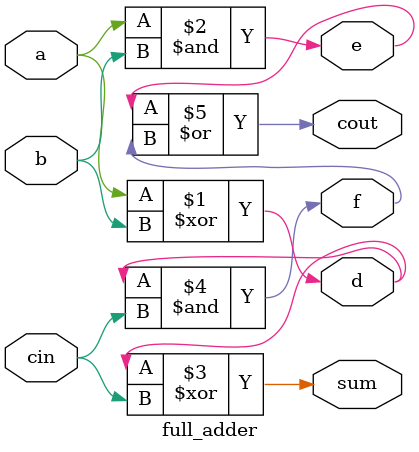
<source format=v>
`timescale 1ns / 1ps


module full_adder(a,b,cin,sum,cout,d,e,f);
    input a,b,cin;
    output sum,cout,d,e,f;
    
    xor(d,a,b);
    and(e,a,b);
    xor(sum,d,cin);
    and(f,d,cin);
    or(cout,e,f);
    
    
endmodule

</source>
